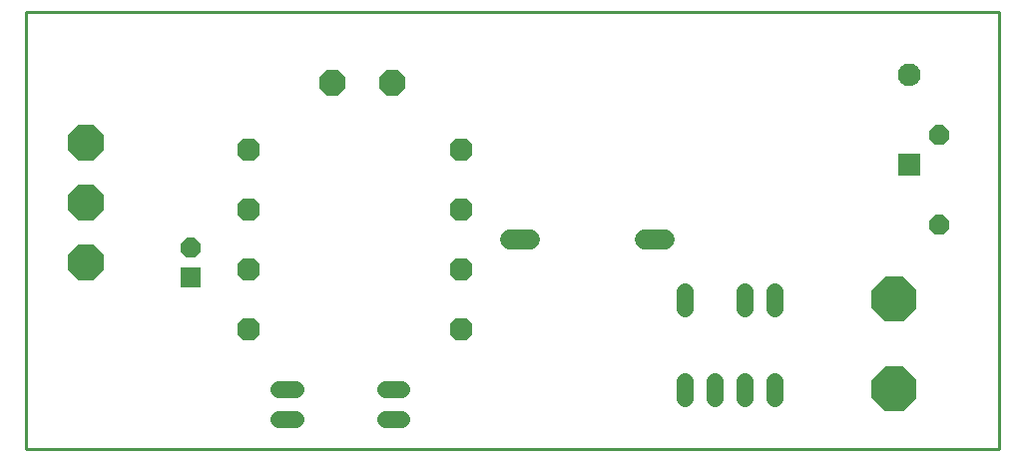
<source format=gbr>
G04 EAGLE Gerber X2 export*
%TF.Part,Single*%
%TF.FileFunction,Copper,L1,Top,Mixed*%
%TF.FilePolarity,Positive*%
%TF.GenerationSoftware,Autodesk,EAGLE,8.6.0*%
%TF.CreationDate,2018-01-30T03:25:42Z*%
G75*
%MOMM*%
%FSLAX34Y34*%
%LPD*%
%AMOC8*
5,1,8,0,0,1.08239X$1,22.5*%
G01*
%ADD10R,1.930400X1.930400*%
%ADD11C,1.930400*%
%ADD12P,2.364373X8X202.500000*%
%ADD13R,1.676400X1.676400*%
%ADD14P,1.814519X8X292.500000*%
%ADD15C,1.676400*%
%ADD16C,1.408000*%
%ADD17P,1.814519X8X202.500000*%
%ADD18P,2.089446X8X202.500000*%
%ADD19P,4.123906X8X112.500000*%
%ADD20P,3.247170X8X112.500000*%
%ADD21C,0.254000*%


D10*
X-76200Y241300D03*
D11*
X-76200Y317500D03*
D12*
X-514350Y311150D03*
X-565150Y311150D03*
D13*
X-685800Y146050D03*
D14*
X-685800Y171450D03*
D15*
X-300482Y177800D02*
X-283718Y177800D01*
X-398018Y177800D02*
X-414782Y177800D01*
D16*
X-190500Y57840D02*
X-190500Y43760D01*
X-215900Y43760D02*
X-215900Y57840D01*
X-241300Y57840D02*
X-241300Y43760D01*
X-266700Y43760D02*
X-266700Y57840D01*
X-266700Y119960D02*
X-266700Y134040D01*
X-215900Y134040D02*
X-215900Y119960D01*
X-190500Y119960D02*
X-190500Y134040D01*
X-596900Y25400D02*
X-610980Y25400D01*
X-610980Y50800D02*
X-596900Y50800D01*
X-520700Y50800D02*
X-506620Y50800D01*
X-506620Y25400D02*
X-520700Y25400D01*
D17*
X-50800Y266700D03*
X-50800Y190500D03*
D18*
X-456100Y101600D03*
X-456100Y152400D03*
X-456100Y203200D03*
X-456100Y254000D03*
X-636100Y254000D03*
X-636100Y203200D03*
X-636100Y152400D03*
X-636100Y101600D03*
D19*
X-88900Y50800D03*
X-88900Y127000D03*
D20*
X-774700Y158750D03*
X-774700Y209550D03*
X-774700Y260350D03*
D21*
X0Y0D02*
X-825300Y0D01*
X-825300Y371350D01*
X0Y371350D01*
X0Y0D01*
M02*

</source>
